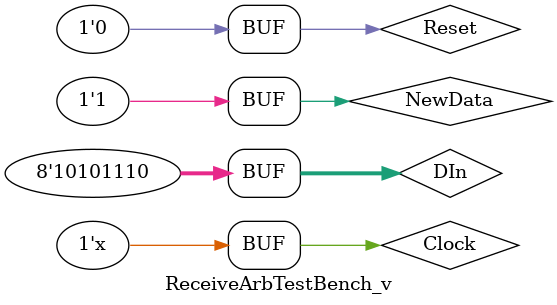
<source format=v>
`timescale		1 ns/1 ps		// Display things in ns, compute them in ps
`define HalfCycle	18.518			// Half of the clock cycle time in nanoseconds
`define Cycle		(`HalfCycle * 2)	// Didn't you learn to multiply?
`define ActiveCycles	65536			// Change this to hold the buttons down for longer!

////////////////////////////////////////////////////////////////////////////////
// Company: 
// Engineer:
//
// Create Date:   18:31:23 10/29/2006
// Design Name:   ReceiveArbit
// Module Name:   U:/Checkpoint3/Checkpoint3/ReceiveArbTestBench.v
// Project Name:  Checkpoint3
// Target Device:  
// Tool versions:  
// Description: 
//
// Verilog Test Fixture created by ISE for module: ReceiveArbit
//
// Dependencies:
// 
// Revision:
// Revision 0.01 - File Created
// Additional Comments:
// 
////////////////////////////////////////////////////////////////////////////////

module ReceiveArbTestBench_v;

	// Inputs
	reg Clock;
	reg Reset;
	reg NewData;
	reg [7:0] DIn;

	// Outputs
	wire [119:0] DOut;
	
	//---------------------------------------------------------------
	//	Clock Source
	//		This section will generate a clock signal,
	//		turning it on and off according the HalfCycle
	//		time, in this case it will generate a 27MHz clock
	//		THIS COULD NEVER BE SYNTHESIZED
	//---------------------------------------------------------------
	initial Clock =		1'b1;		// We need to start at 1'b0, otherwise clock will always be 1'bx
	always #(`HalfCycle) Clock =	~Clock;	// Every half clock cycle, invert the clock
	//---------------------------------------------------------------	

	// Instantiate the Unit Under Test (UUT)
	ReceiveArbit uut (
		.Clock(Clock), 
		.Reset(Reset), 
		.NewData(NewData), 
		.DIn(DIn), 
		.DOut(DOut)
	);

	initial begin
		Reset = 1'b1;
		NewData = 1'b0;
		DIn = 8'hAE;
		
		#(`Cycle*2);
		Reset = 1'b0;
		#(`Cycle);
		NewData = 1'b1;
		
        
		// Add stimulus here

	end
      
endmodule


</source>
